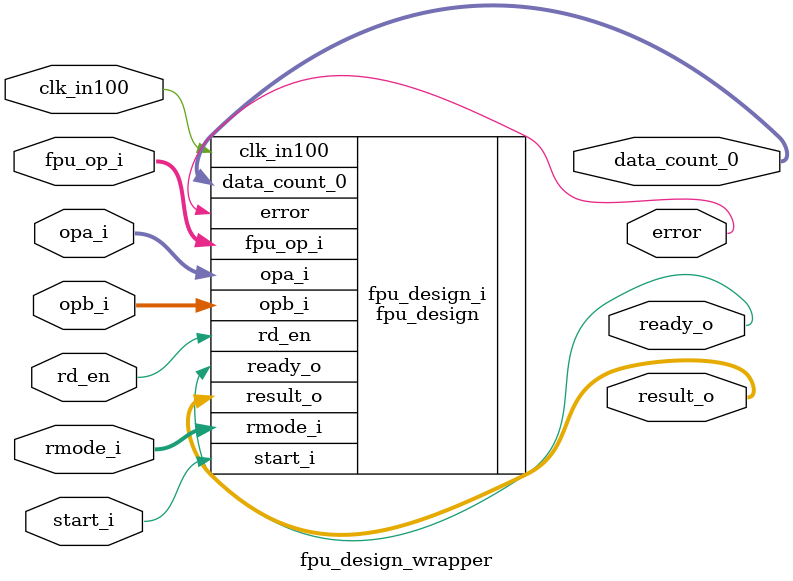
<source format=v>
`timescale 1 ps / 1 ps

module fpu_design_wrapper
   (clk_in100,
    data_count_0,
    error,
    fpu_op_i,
    opa_i,
    opb_i,
    rd_en,
    ready_o,
    result_o,
    rmode_i,
    start_i);
  input clk_in100;
  output [4:0]data_count_0;
  output [0:0]error;
  input [2:0]fpu_op_i;
  input [63:0]opa_i;
  input [63:0]opb_i;
  input rd_en;
  output [0:0]ready_o;
  output [63:0]result_o;
  input [1:0]rmode_i;
  input start_i;

  wire clk_in100;
  wire [4:0]data_count_0;
  wire [0:0]error;
  wire [2:0]fpu_op_i;
  wire [63:0]opa_i;
  wire [63:0]opb_i;
  wire rd_en;
  wire [0:0]ready_o;
  wire [63:0]result_o;
  wire [1:0]rmode_i;
  wire start_i;

  fpu_design fpu_design_i
       (.clk_in100(clk_in100),
        .data_count_0(data_count_0),
        .error(error),
        .fpu_op_i(fpu_op_i),
        .opa_i(opa_i),
        .opb_i(opb_i),
        .rd_en(rd_en),
        .ready_o(ready_o),
        .result_o(result_o),
        .rmode_i(rmode_i),
        .start_i(start_i));
endmodule

</source>
